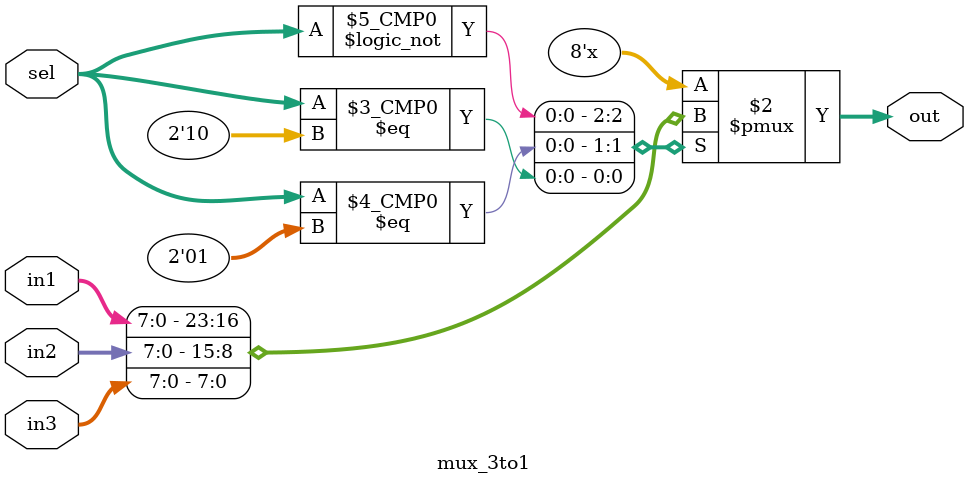
<source format=v>
module mux_3to1(
    input      [7:0] in1,
    input      [7:0] in2,
    input      [7:0] in3,
    input      [1:0] sel,
    output reg [7:0] out
);
    always @(in1 or in2 or in3 or sel) begin
        case (sel)
            2'b00: out <= in1;
            2'b01: out <= in2;
            2'b10: out <= in3;
        endcase
    end
endmodule
</source>
